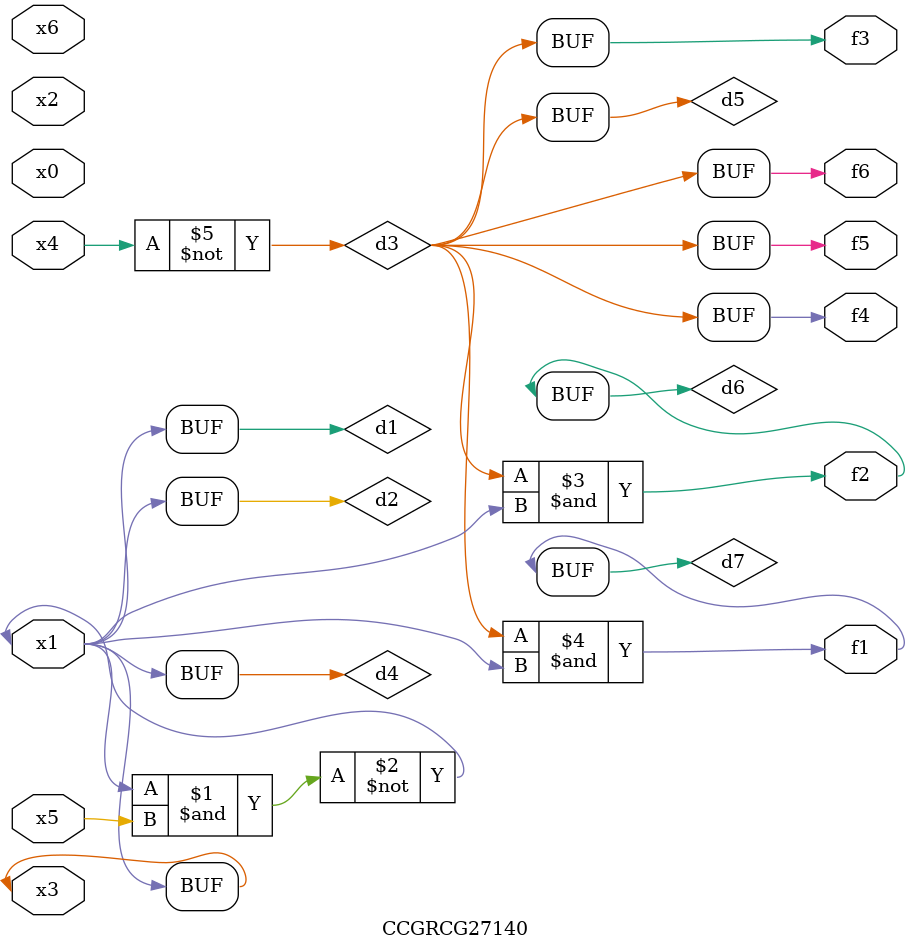
<source format=v>
module CCGRCG27140(
	input x0, x1, x2, x3, x4, x5, x6,
	output f1, f2, f3, f4, f5, f6
);

	wire d1, d2, d3, d4, d5, d6, d7;

	buf (d1, x1, x3);
	nand (d2, x1, x5);
	not (d3, x4);
	buf (d4, d1, d2);
	buf (d5, d3);
	and (d6, d3, d4);
	and (d7, d3, d4);
	assign f1 = d7;
	assign f2 = d6;
	assign f3 = d5;
	assign f4 = d5;
	assign f5 = d5;
	assign f6 = d5;
endmodule

</source>
